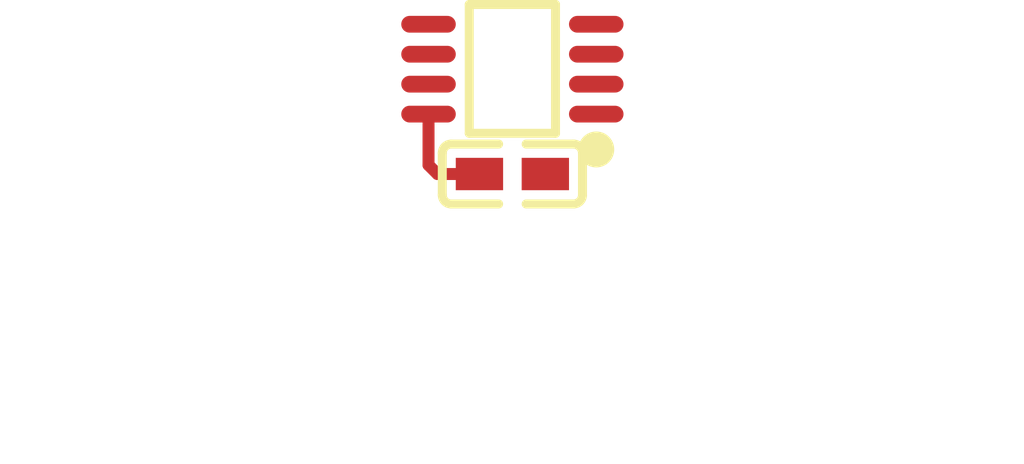
<source format=kicad_pcb>
(kicad_pcb (version 20241229) (generator "pcbnew") (generator_version "9.0")
  (layers (0 "F.Cu" signal) (2 "B.Cu" signal) (13 "F.Paste" user) (15 "B.Paste" user) (5 "F.SilkS" user "F.Silkscreen") (7 "B.SilkS" user "B.Silkscreen") (1 "F.Mask" user) (3 "B.Mask" user) (25 "Edge.Cuts" user))
  (net 0 "")
  (net 1 "line")
  (net 2 "line-1")
  (net 3 "line-5")
  (net 4 "line-2")
  (net 5 "gnd")
  (net 6 "line-3")
  (net 7 "line-4")
  (net 8 "hv")
  (footprint "atopile:C0402-b3ef17" (layer "F.Cu") (at 0 1.75)
    (property "Reference" "C1" (hide yes))
    (property "Value" "100nF ±10% 16V X7R")
    (fp_line (start -1.17 0.35) (end -1.17 -0.35) (stroke (width 0.15)) (layer "F.SilkS"))
    (fp_line (start -1.02 -0.5) (end -0.23 -0.5) (stroke (width 0.15)) (layer "F.SilkS"))
    (fp_line (start -0.23 0.5) (end -1.02 0.5) (stroke (width 0.15)) (layer "F.SilkS"))
    (fp_line (start 0.23 0.5) (end 1.02 0.5) (stroke (width 0.15)) (layer "F.SilkS"))
    (fp_line (start 1.02 -0.5) (end 0.23 -0.5) (stroke (width 0.15)) (layer "F.SilkS"))
    (fp_line (start 1.17 0.35) (end 1.17 -0.35) (stroke (width 0.15)) (layer "F.SilkS"))
    (fp_arc (start -1.17 -0.35) (mid -1.126066 -0.456066) (end -1.02 -0.5) (stroke (width 0.15)) (layer "F.SilkS"))
    (fp_arc (start -1.02 0.5) (mid -1.126066 0.456066) (end -1.17 0.35) (stroke (width 0.15)) (layer "F.SilkS"))
    (fp_arc (start 1.02 -0.5) (mid 1.126066 -0.456066) (end 1.17 -0.35) (stroke (width 0.15)) (layer "F.SilkS"))
    (fp_arc (start 1.17 0.35) (mid 1.126066 0.456066) (end 1.02 0.5) (stroke (width 0.15)) (layer "F.SilkS"))
    (pad "1" smd rect (at -0.55 0) (size 0.79 0.54) (layers "F.Cu" "F.Mask" "F.Paste") (net 8 "hv"))
    (pad "2" smd rect (at 0.55 0) (size 0.79 0.54) (layers "F.Cu" "F.Mask" "F.Paste") (net 5 "gnd"))
  )
  (footprint "atopile:VSSOP-8_L2.3-W2.0-P0.50-LS3.1-BR-069dfb" (layer "F.Cu") (at 0 0)
    (property "Reference" "U1" (hide yes))
    (property "Value" "")
    (fp_line (start -0.72 -1.08) (end 0.72 -1.08) (stroke (width 0.15)) (layer "F.SilkS"))
    (fp_line (start -0.72 1.07) (end -0.72 -1.08) (stroke (width 0.15)) (layer "F.SilkS"))
    (fp_line (start 0.72 -1.08) (end 0.72 1.07) (stroke (width 0.15)) (layer "F.SilkS"))
    (fp_line (start 0.72 1.07) (end -0.72 1.07) (stroke (width 0.15)) (layer "F.SilkS"))
    (fp_circle (center 1.4 1.34) (end 1.55 1.34) (stroke (width 0.3)) (fill no) (layer "F.SilkS"))
    (pad "1" smd oval (at 1.4 0.75 90) (size 0.28 0.91) (layers "F.Cu" "F.Mask" "F.Paste") (net 1 "line"))
    (pad "2" smd oval (at 1.4 0.25 90) (size 0.28 0.91) (layers "F.Cu" "F.Mask" "F.Paste") (net 2 "line-1"))
    (pad "3" smd oval (at 1.4 -0.25 90) (size 0.28 0.91) (layers "F.Cu" "F.Mask" "F.Paste") (net 7 "line-4"))
    (pad "4" smd oval (at 1.4 -0.75 90) (size 0.28 0.91) (layers "F.Cu" "F.Mask" "F.Paste") (net 5 "gnd"))
    (pad "5" smd oval (at -1.4 -0.75 90) (size 0.28 0.91) (layers "F.Cu" "F.Mask" "F.Paste") (net 3 "line-5"))
    (pad "6" smd oval (at -1.4 -0.25 90) (size 0.28 0.91) (layers "F.Cu" "F.Mask" "F.Paste") (net 4 "line-2"))
    (pad "7" smd oval (at -1.4 0.25 90) (size 0.28 0.91) (layers "F.Cu" "F.Mask" "F.Paste") (net 6 "line-3"))
    (pad "8" smd oval (at -1.4 0.75 90) (size 0.28 0.91) (layers "F.Cu" "F.Mask" "F.Paste") (net 8 "hv"))
  )
  (segment (start -1.25 1.75) (end -0.55 1.75) (width 0.2) (layer "F.Cu") (net 8))
  (segment (start -1.4 1.6) (end -1.25 1.75) (width 0.2) (layer "F.Cu") (net 8))
  (segment (start -1.4 0.75) (end -1.4 1.6) (width 0.2) (layer "F.Cu") (net 8))
)
</source>
